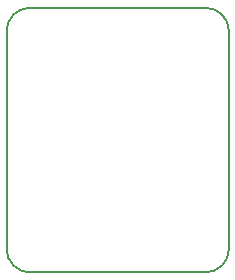
<source format=gbr>
%TF.GenerationSoftware,KiCad,Pcbnew,5.1.7-a382d34a8~87~ubuntu20.04.1*%
%TF.CreationDate,2020-11-06T18:29:39+02:00*%
%TF.ProjectId,BRK-SOIC-8-3.9x4.9-P1.27,42524b2d-534f-4494-932d-382d332e3978,v1.0*%
%TF.SameCoordinates,Original*%
%TF.FileFunction,Profile,NP*%
%FSLAX46Y46*%
G04 Gerber Fmt 4.6, Leading zero omitted, Abs format (unit mm)*
G04 Created by KiCad (PCBNEW 5.1.7-a382d34a8~87~ubuntu20.04.1) date 2020-11-06 18:29:39*
%MOMM*%
%LPD*%
G01*
G04 APERTURE LIST*
%TA.AperFunction,Profile*%
%ADD10C,0.150000*%
%TD*%
G04 APERTURE END LIST*
D10*
X109420000Y-86620000D02*
G75*
G03*
X107420000Y-84620000I-2000000J0D01*
G01*
X92580000Y-84620000D02*
G75*
G03*
X90580000Y-86620000I0J-2000000D01*
G01*
X90580000Y-105030000D02*
G75*
G03*
X92580000Y-107030000I2000000J0D01*
G01*
X107420000Y-107030000D02*
G75*
G03*
X109420000Y-105030000I0J2000000D01*
G01*
X92580000Y-107030000D02*
X107420000Y-107030000D01*
X92580000Y-84620000D02*
X107420000Y-84620000D01*
X109420000Y-105030000D02*
X109420000Y-86620000D01*
X90580000Y-86620000D02*
X90580000Y-105030000D01*
M02*

</source>
